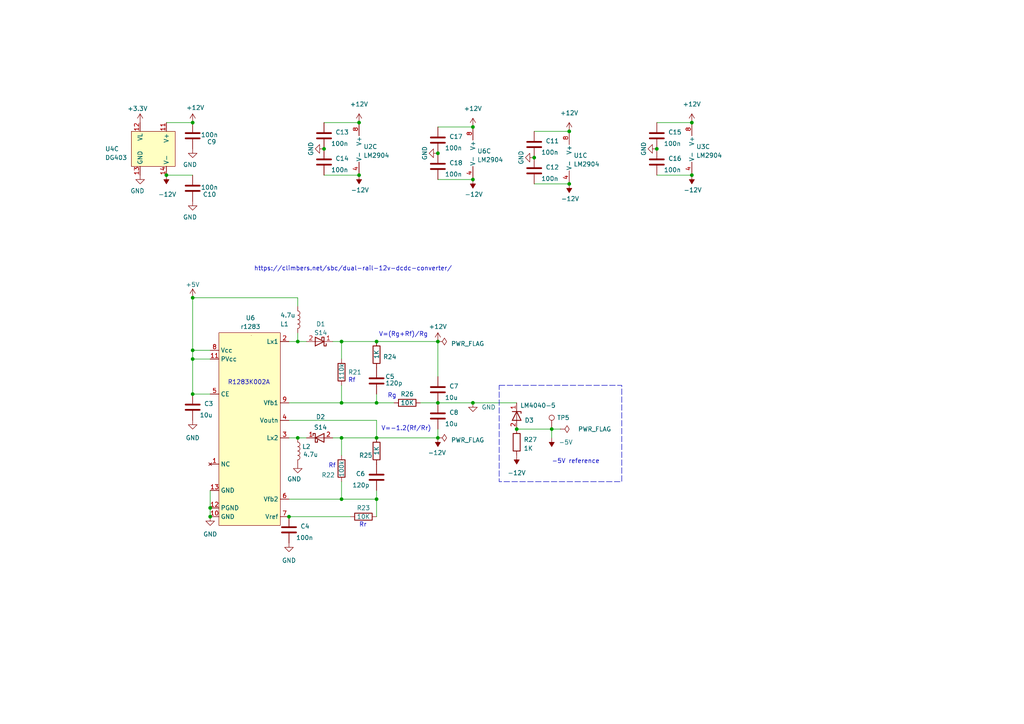
<source format=kicad_sch>
(kicad_sch (version 20230121) (generator eeschema)
  (paper "A4")
  (lib_symbols
    (symbol "Amplifier_Operational:LM2904" (pin_names (offset 0.127))
      (property "Reference" "U" (at 0 5.08 0))
      (property "Value" "LM2904" (at 0 -5.08 0))
      (symbol "LM2904_1_1"
        (polyline (pts (xy -5.08 5.08) (xy 5.08 0) (xy -5.08 -5.08) (xy -5.08 5.08)) (stroke (width 0.254)) (fill (type background)))
        (pin output line (at 7.62 0 180) (length 2.54) (name "~") (number "1"))
        (pin input line (at -7.62 -2.54 0) (length 2.54) (name "-") (number "2"))
        (pin input line (at -7.62 2.54 0) (length 2.54) (name "+") (number "3"))
      )
      (symbol "LM2904_2_1"
        (polyline (pts (xy -5.08 5.08) (xy 5.08 0) (xy -5.08 -5.08) (xy -5.08 5.08)) (stroke (width 0.254)) (fill (type background)))
        (pin input line (at -7.62 2.54 0) (length 2.54) (name "+") (number "5"))
        (pin input line (at -7.62 -2.54 0) (length 2.54) (name "-") (number "6"))
        (pin output line (at 7.62 0 180) (length 2.54) (name "~") (number "7"))
      )
      (symbol "LM2904_3_1"
        (pin power_in line (at -2.54 -7.62 90) (length 3.81) (name "V-") (number "4"))
        (pin power_in line (at -2.54 7.62 270) (length 3.81) (name "V+") (number "8"))
      )
    )
    (symbol "Connector:TestPoint" (pin_numbers hide) (pin_names (offset 0.762) hide)
      (property "Reference" "TP" (at 0 6.858 0))
      (property "Value" "TestPoint" (at 0 5.08 0))
      (symbol "TestPoint_0_1"
        (circle (center 0 3.302) (radius 0.762))
      )
      (symbol "TestPoint_1_1"
        (pin passive line (at 0 0 90) (length 2.54) (name "1") (number "1"))
      )
    )
    (symbol "D_Schottky_1" (pin_names (offset 1.016) hide)
      (property "Reference" "D" (at 0 2.54 0))
      (property "Value" "D_Schottky_1" (at 0 -2.54 0))
      (symbol "D_Schottky_1_0_1"
        (polyline (pts (xy 1.27 0) (xy -1.27 0)))
        (polyline (pts (xy 1.27 1.27) (xy 1.27 -1.27) (xy -1.27 0) (xy 1.27 1.27)) (stroke (width 0.254)))
        (polyline (pts (xy -1.905 0.635) (xy -1.905 1.27) (xy -1.27 1.27) (xy -1.27 -1.27) (xy -0.635 -1.27) (xy -0.635 -0.635)) (stroke (width 0.254)))
      )
      (symbol "D_Schottky_1_1_1"
        (pin passive line (at -3.81 0 0) (length 2.54) (name "K") (number "1"))
        (pin passive line (at 3.81 0 180) (length 2.54) (name "A") (number "2"))
      )
    )
    (symbol "Device:C" (pin_numbers hide) (pin_names (offset 0.254))
      (property "Reference" "C" (at 0.635 2.54 0))
      (property "Value" "C" (at 0.635 -2.54 0))
      (symbol "C_0_1"
        (polyline (pts (xy -2.032 -0.762) (xy 2.032 -0.762)) (stroke (width 0.508)))
        (polyline (pts (xy -2.032 0.762) (xy 2.032 0.762)) (stroke (width 0.508)))
      )
      (symbol "C_1_1"
        (pin passive line (at 0 3.81 270) (length 2.794) (name "~") (number "1"))
        (pin passive line (at 0 -3.81 90) (length 2.794) (name "~") (number "2"))
      )
    )
    (symbol "Device:D_Zener" (pin_names (offset 1.016) hide)
      (property "Reference" "D" (at 0 2.54 0))
      (property "Value" "D_Zener" (at 0 -2.54 0))
      (symbol "D_Zener_0_1"
        (polyline (pts (xy 1.27 0) (xy -1.27 0)))
        (polyline (pts (xy -1.27 -1.27) (xy -1.27 1.27) (xy -0.762 1.27)) (stroke (width 0.254)))
        (polyline (pts (xy 1.27 -1.27) (xy 1.27 1.27) (xy -1.27 0) (xy 1.27 -1.27)) (stroke (width 0.254)))
      )
      (symbol "D_Zener_1_1"
        (pin passive line (at -3.81 0 0) (length 2.54) (name "K") (number "1"))
        (pin passive line (at 3.81 0 180) (length 2.54) (name "A") (number "2"))
      )
    )
    (symbol "Device:L" (pin_numbers hide) (pin_names (offset 1.016) hide)
      (property "Reference" "L" (at -1.27 0 90))
      (property "Value" "L" (at 1.905 0 90))
      (symbol "L_0_1"
        (arc (start 0 -2.54) (mid 0.6323 -1.905) (end 0 -1.27))
        (arc (start 0 -1.27) (mid 0.6323 -0.635) (end 0 0))
        (arc (start 0 0) (mid 0.6323 0.635) (end 0 1.27))
        (arc (start 0 1.27) (mid 0.6323 1.905) (end 0 2.54))
      )
      (symbol "L_1_1"
        (pin passive line (at 0 3.81 270) (length 1.27) (name "1") (number "1"))
        (pin passive line (at 0 -3.81 90) (length 1.27) (name "2") (number "2"))
      )
    )
    (symbol "Device:R" (pin_numbers hide) (pin_names (offset 0))
      (property "Reference" "R" (at 2.032 0 90))
      (property "Value" "R" (at 0 0 90))
      (symbol "R_0_1"
        (rectangle (start -1.016 -2.54) (end 1.016 2.54) (stroke (width 0.254)))
      )
      (symbol "R_1_1"
        (pin passive line (at 0 3.81 270) (length 1.27) (name "~") (number "1"))
        (pin passive line (at 0 -3.81 90) (length 1.27) (name "~") (number "2"))
      )
    )
    (symbol "awg_lib:DG403"
      (property "Reference" "U" (at -1.905 1.27 0))
      (property "Value" "DG403" (at -1.27 -0.635 0))
      (symbol "DG403_1_1"
        (rectangle (start -17.78 -2.54) (end -2.54 -15.24) (fill (type background)))
        (circle (center -8.89 -12.7) (radius 0.3592))
        (circle (center -8.89 -10.16) (radius 0.3592))
        (circle (center -6.35 -12.7) (radius 0.3592))
        (circle (center -6.35 -10.16) (radius 0.3592))
        (polyline (pts (xy -13.97 -12.7) (xy -8.89 -12.7)))
        (polyline (pts (xy -13.97 -10.16) (xy -8.89 -10.16)))
        (polyline (pts (xy -8.89 -12.7) (xy -6.35 -12.7)))
        (polyline (pts (xy -8.89 -10.16) (xy -6.35 -8.89)))
        (polyline (pts (xy -13.335 -5.08) (xy -7.62 -5.08) (xy -7.62 -12.7)) (stroke (width 0) (type dash)))
        (pin input line (at 0 -10.16 180) (length 2.54) (name "D1") (number "1"))
        (pin input line (at -20.32 -5.08 0) (length 2.54) (name "IN1") (number "15"))
        (pin input line (at -20.32 -10.16 0) (length 2.54) (name "S1") (number "16"))
        (pin input line (at 0 -12.7 180) (length 2.54) (name "D3") (number "3"))
        (pin input line (at -20.32 -12.7 0) (length 2.54) (name "S3") (number "4"))
      )
      (symbol "DG403_2_1"
        (rectangle (start -7.62 -2.54) (end 7.62 -15.24) (fill (type background)))
        (polyline (pts (xy -3.81 -12.7) (xy 1.27 -12.7)))
        (polyline (pts (xy -3.81 -10.16) (xy 1.27 -10.16)))
        (polyline (pts (xy 1.27 -12.7) (xy 3.81 -12.7)))
        (polyline (pts (xy 1.27 -10.16) (xy 3.81 -8.89)))
        (polyline (pts (xy -3.175 -5.08) (xy 2.54 -5.08) (xy 2.54 -12.7)) (stroke (width 0) (type dash)))
        (circle (center 1.27 -12.7) (radius 0.3592))
        (circle (center 1.27 -10.16) (radius 0.3592))
        (circle (center 3.81 -12.7) (radius 0.3592))
        (circle (center 3.81 -10.16) (radius 0.3592))
        (pin input line (at -10.16 -5.08 0) (length 2.54) (name "IN2") (number "10"))
        (pin input line (at -10.16 -12.7 0) (length 2.54) (name "S4") (number "5"))
        (pin input line (at 10.16 -12.7 180) (length 2.54) (name "D4") (number "6"))
        (pin input line (at 10.16 -10.16 180) (length 2.54) (name "D2") (number "8"))
        (pin input line (at -10.16 -10.16 0) (length 2.54) (name "S2") (number "9"))
      )
      (symbol "DG403_3_0"
        (pin no_connect line (at 7.62 -12.7 180) (length 2.54) hide (name "NC") (number "2"))
        (pin no_connect line (at -10.16 -12.7 0) (length 2.54) hide (name "NC") (number "7"))
      )
      (symbol "DG403_3_1"
        (rectangle (start -7.62 -7.62) (end 5.08 -17.78) (fill (type background)))
        (pin power_in line (at 2.54 -5.08 270) (length 2.54) (name "V+") (number "11"))
        (pin power_in line (at -5.08 -5.08 270) (length 2.54) (name "VL") (number "12"))
        (pin power_in line (at -5.08 -20.32 90) (length 2.54) (name "GND") (number "13"))
        (pin power_in line (at 2.54 -20.32 90) (length 2.54) (name "V-") (number "14"))
      )
    )
    (symbol "awg_lib:r1283"
      (property "Reference" "U" (at -5.08 -2.54 0))
      (property "Value" "r1283" (at -5.08 -0.762 0))
      (symbol "r1283_0_1"
        (rectangle (start -15.24 -5.08) (end 2.54 -60.96) (fill (type background)))
        (rectangle (start -5.842 -5.842) (end -5.842 -5.842))
      )
      (symbol "r1283_1_1"
        (pin no_connect line (at -17.78 -43.18 0) (length 2.54) (name "NC") (number "1"))
        (pin power_in line (at -17.78 -58.42 0) (length 2.54) (name "GND") (number "10"))
        (pin power_in line (at -17.78 -12.7 0) (length 2.54) (name "PVcc") (number "11"))
        (pin power_in line (at -17.78 -55.88 0) (length 2.54) (name "PGND") (number "12"))
        (pin input line (at -17.78 -50.8 0) (length 2.54) (name "GND") (number "13"))
        (pin input line (at 5.08 -7.62 180) (length 2.54) (name "Lx1") (number "2"))
        (pin input line (at 5.08 -35.56 180) (length 2.54) (name "Lx2") (number "3"))
        (pin input line (at 5.08 -30.48 180) (length 2.54) (name "Voutn") (number "4"))
        (pin input line (at -17.78 -22.86 0) (length 2.54) (name "CE") (number "5"))
        (pin input line (at 5.08 -53.34 180) (length 2.54) (name "Vfb2") (number "6"))
        (pin input line (at 5.08 -58.42 180) (length 2.54) (name "Vref") (number "7"))
        (pin power_in line (at -17.78 -10.16 0) (length 2.54) (name "Vcc") (number "8"))
        (pin input line (at 5.08 -25.4 180) (length 2.54) (name "Vfb1") (number "9"))
      )
    )
    (symbol "power:+12V" (power) (pin_names (offset 0))
      (property "Value" "+12V" (at 0 3.556 0))
      (symbol "+12V_0_1"
        (polyline (pts (xy -0.762 1.27) (xy 0 2.54)))
        (polyline (pts (xy 0 0) (xy 0 2.54)))
        (polyline (pts (xy 0 2.54) (xy 0.762 1.27)))
      )
      (symbol "+12V_1_1"
        (pin power_in line (at 0 0 90) (length 0) hide (name "+12V") (number "1"))
      )
    )
    (symbol "power:+3.3V" (power) (pin_names (offset 0))
      (property "Value" "+3.3V" (at 0 3.556 0))
      (symbol "+3.3V_0_1"
        (polyline (pts (xy -0.762 1.27) (xy 0 2.54)))
        (polyline (pts (xy 0 0) (xy 0 2.54)))
        (polyline (pts (xy 0 2.54) (xy 0.762 1.27)))
      )
      (symbol "+3.3V_1_1"
        (pin power_in line (at 0 0 90) (length 0) hide (name "+3.3V") (number "1"))
      )
    )
    (symbol "power:+5V" (power) (pin_names (offset 0))
      (property "Value" "+5V" (at 0 3.556 0))
      (symbol "+5V_0_1"
        (polyline (pts (xy -0.762 1.27) (xy 0 2.54)))
        (polyline (pts (xy 0 0) (xy 0 2.54)))
        (polyline (pts (xy 0 2.54) (xy 0.762 1.27)))
      )
      (symbol "+5V_1_1"
        (pin power_in line (at 0 0 90) (length 0) hide (name "+5V") (number "1"))
      )
    )
    (symbol "power:-12V" (power) (pin_names (offset 0))
      (property "Value" "-12V" (at 0 3.81 0))
      (symbol "-12V_0_0"
        (pin power_in line (at 0 0 90) (length 0) hide (name "-12V") (number "1"))
      )
      (symbol "-12V_0_1"
        (polyline (pts (xy 0 0) (xy 0 1.27) (xy 0.762 1.27) (xy 0 2.54) (xy -0.762 1.27) (xy 0 1.27)) (fill (type outline)))
      )
    )
    (symbol "power:-5V" (power) (pin_names (offset 0))
      (property "Value" "-5V" (at 0 3.81 0))
      (symbol "-5V_0_0"
        (pin power_in line (at 0 0 90) (length 0) hide (name "-5V") (number "1"))
      )
      (symbol "-5V_0_1"
        (polyline (pts (xy 0 0) (xy 0 1.27) (xy 0.762 1.27) (xy 0 2.54) (xy -0.762 1.27) (xy 0 1.27)) (fill (type outline)))
      )
    )
    (symbol "power:GND" (power) (pin_names (offset 0))
      (property "Value" "GND" (at 0 -3.81 0))
      (symbol "GND_0_1"
        (polyline (pts (xy 0 0) (xy 0 -1.27) (xy 1.27 -1.27) (xy 0 -2.54) (xy -1.27 -1.27) (xy 0 -1.27)))
      )
      (symbol "GND_1_1"
        (pin power_in line (at 0 0 270) (length 0) hide (name "GND") (number "1"))
      )
    )
    (symbol "power:PWR_FLAG" (power) (pin_numbers hide) (pin_names (offset 0) hide)
      (property "Value" "PWR_FLAG" (at 0 3.81 0))
      (symbol "PWR_FLAG_0_0"
        (pin power_out line (at 0 0 90) (length 0) (name "pwr") (number "1"))
      )
      (symbol "PWR_FLAG_0_1"
        (polyline (pts (xy 0 0) (xy 0 1.27) (xy -1.016 1.905) (xy 0 2.54) (xy 1.016 1.905) (xy 0 1.27)))
      )
    )
  )
  (junction (at 48.26 50.8))
  (junction (at 55.88 86.36))
  (junction (at 99.06 99.06))
  (junction (at 60.96 147.32))
  (junction (at 137.16 116.84))
  (junction (at 160.02 124.46))
  (junction (at 149.86 124.46))
  (junction (at 127 44.45))
  (junction (at 137.16 52.07))
  (junction (at 154.94 45.72))
  (junction (at 55.88 101.6))
  (junction (at 93.98 43.18))
  (junction (at 137.16 36.83))
  (junction (at 109.22 144.78))
  (junction (at 109.22 99.06))
  (junction (at 200.66 50.8))
  (junction (at 99.06 116.84))
  (junction (at 127 127))
  (junction (at 99.06 144.78))
  (junction (at 99.06 127))
  (junction (at 109.22 127))
  (junction (at 104.14 35.56))
  (junction (at 86.36 127))
  (junction (at 55.88 114.3))
  (junction (at 55.88 104.14))
  (junction (at 200.66 35.56))
  (junction (at 104.14 50.8))
  (junction (at 83.82 149.86))
  (junction (at 127 116.84))
  (junction (at 60.96 149.86))
  (junction (at 165.1 53.34))
  (junction (at 109.22 116.84))
  (junction (at 190.5 43.18))
  (junction (at 165.1 38.1))
  (junction (at 55.88 35.56))
  (junction (at 86.36 99.06))
  (junction (at 127 99.06))
  (wire (pts (xy 149.86 124.46) (xy 160.02 124.46)))
  (wire (pts (xy 96.52 99.06) (xy 99.06 99.06)))
  (wire (pts (xy 88.9 99.06) (xy 86.36 99.06)))
  (wire (pts (xy 160.02 127) (xy 160.02 124.46)))
  (wire (pts (xy 109.22 149.86) (xy 109.22 144.78)))
  (wire (pts (xy 154.94 38.1) (xy 165.1 38.1)))
  (wire (pts (xy 101.6 149.86) (xy 83.82 149.86)))
  (wire (pts (xy 55.88 114.3) (xy 55.88 104.14)))
  (wire (pts (xy 99.06 139.7) (xy 99.06 144.78)))
  (wire (pts (xy 109.22 121.92) (xy 109.22 127)))
  (wire (pts (xy 127 52.07) (xy 137.16 52.07)))
  (wire (pts (xy 190.5 35.56) (xy 200.66 35.56)))
  (wire (pts (xy 109.22 142.24) (xy 109.22 144.78)))
  (wire (pts (xy 99.06 132.08) (xy 99.06 127)))
  (wire (pts (xy 83.82 116.84) (xy 99.06 116.84)))
  (wire (pts (xy 86.36 99.06) (xy 83.82 99.06)))
  (wire (pts (xy 137.16 116.84) (xy 149.86 116.84)))
  (wire (pts (xy 88.9 127) (xy 86.36 127)))
  (wire (pts (xy 127 124.46) (xy 127 127)))
  (wire (pts (xy 55.88 114.3) (xy 60.96 114.3)))
  (wire (pts (xy 93.98 50.8) (xy 104.14 50.8)))
  (wire (pts (xy 99.06 99.06) (xy 99.06 104.14)))
  (wire (pts (xy 99.06 111.76) (xy 99.06 116.84)))
  (wire (pts (xy 96.52 127) (xy 99.06 127)))
  (wire (pts (xy 200.66 50.8) (xy 190.5 50.8)))
  (wire (pts (xy 86.36 127) (xy 83.82 127)))
  (wire (pts (xy 127 36.83) (xy 137.16 36.83)))
  (wire (pts (xy 109.22 114.3) (xy 109.22 116.84)))
  (wire (pts (xy 154.94 53.34) (xy 165.1 53.34)))
  (wire (pts (xy 86.36 86.36) (xy 86.36 88.9)))
  (wire (pts (xy 109.22 127) (xy 127 127)))
  (wire (pts (xy 99.06 127) (xy 109.22 127)))
  (wire (pts (xy 55.88 86.36) (xy 86.36 86.36)))
  (wire (pts (xy 48.26 50.8) (xy 55.88 50.8)))
  (wire (pts (xy 55.88 104.14) (xy 60.96 104.14)))
  (wire (pts (xy 55.88 86.36) (xy 55.88 101.6)))
  (wire (pts (xy 55.88 104.14) (xy 55.88 101.6)))
  (wire (pts (xy 99.06 99.06) (xy 109.22 99.06)))
  (wire (pts (xy 99.06 144.78) (xy 83.82 144.78)))
  (wire (pts (xy 93.98 35.56) (xy 104.14 35.56)))
  (wire (pts (xy 162.56 124.46) (xy 160.02 124.46)))
  (wire (pts (xy 109.22 116.84) (xy 114.3 116.84)))
  (wire (pts (xy 60.96 147.32) (xy 60.96 149.86)))
  (wire (pts (xy 121.92 116.84) (xy 127 116.84)))
  (wire (pts (xy 109.22 144.78) (xy 99.06 144.78)))
  (wire (pts (xy 99.06 116.84) (xy 109.22 116.84)))
  (wire (pts (xy 127 109.22) (xy 127 99.06)))
  (wire (pts (xy 83.82 121.92) (xy 109.22 121.92)))
  (wire (pts (xy 55.88 101.6) (xy 60.96 101.6)))
  (wire (pts (xy 86.36 96.52) (xy 86.36 99.06)))
  (wire (pts (xy 60.96 142.24) (xy 60.96 147.32)))
  (wire (pts (xy 109.22 99.06) (xy 127 99.06)))
  (wire (pts (xy 55.88 35.56) (xy 48.26 35.56)))
  (wire (pts (xy 127 116.84) (xy 137.16 116.84)))
  (rectangle (start 144.78 111.76) (end 180.34 139.7) (stroke (width 0) (type dash)))
  (text "V=-1.2(Rf/Rr)" (at 125.095 125.095 0) (effects (font (size 1.27 1.27)) (justify right bottom)))
  (text "-5V reference" (at 160.02 134.62 0) (effects (font (size 1.27 1.27)) (justify left bottom)))
  (text "R1283K002A" (at 66.04 111.76 0) (effects (font (size 1.27 1.27)) (justify left bottom)))
  (text "Rf" (at 100.965 111.125 0) (effects (font (size 1.27 1.27)) (justify left bottom)))
  (text "https://climbers.net/sbc/dual-rail-12v-dcdc-converter/" (at 73.66 78.74 0) (effects (font (size 1.27 1.27)) (justify left bottom)))
  (text "V=(Rg+Rf)/Rg" (at 109.855 97.79 0) (effects (font (size 1.27 1.27)) (justify left bottom)))
  (text "Rf" (at 95.25 135.89 0) (effects (font (size 1.27 1.27)) (justify left bottom)))
  (text "Rg" (at 112.395 115.57 0) (effects (font (size 1.27 1.27)) (justify left bottom)))
  (text "Rr" (at 104.14 153.035 0) (effects (font (size 1.27 1.27)) (justify left bottom)))
  (symbol (lib_id "power:-5V") (at 160.02 127 180) (unit 1)
    (property "Reference" "#PWR023" (effects hide))
    (property "Value" "-5V" (at 162.052 128.2699 0) (effects (justify right)))
  )
  (symbol (lib_id "Device:R") (at 109.22 130.81 0) (unit 1)
    (property "Reference" "R25" (at 104.14 132.08 0) (effects (justify left)))
    (property "Value" "1K" (at 109.22 132.08 90) (effects (justify left)))
    (property "Footprint" "Resistor_SMD:R_0603_1608Metric" (effects hide))
    (property "BUY" "https://www.digikey.com/en/products/detail/stackpole-electronics-inc/RNCP0603FTD1K00/2240106" (effects hide))
    (instances (project "awg" (path "" (reference "R25") (unit 1)) (path "" (reference "R28") (unit 1))))
  )
  (symbol (lib_id "power:+12V") (at 55.88 35.56 0) (unit 1)
    (property "Reference" "#PWR020" (effects hide))
    (property "Value" "+12V" (at 56.642 31.242 0))
    (instances (project "awg" (path "" (reference "#PWR020") (unit 1)) (path "" (reference "#PWR039") (unit 1))))
  )
  (symbol (lib_id "Device:L") (at 86.36 130.81 0) (unit 1)
    (property "Reference" "L2" (at 87.63 129.5399 0) (effects (justify left)))
    (property "Value" "4.7u" (at 87.884 131.826 0) (effects (justify left)))
    (property "Footprint" "awg_fp_lib:NRH2410" (effects hide))
  )
  (symbol (lib_id "Device:R") (at 109.22 102.87 0) (unit 1)
    (property "Reference" "R24" (at 111.125 103.505 0) (effects (justify left)))
    (property "Value" "1K" (at 109.22 104.14 90) (effects (justify left)))
    (property "Footprint" "Resistor_SMD:R_0603_1608Metric" (effects hide))
    (instances (project "awg" (path "" (reference "R24") (unit 1)) (path "" (reference "R27") (unit 1))))
  )
  (symbol (lib_id "Device:R") (at 149.86 128.27 0) (unit 1)
    (property "Reference" "R27" (at 151.892 127.508 0) (effects (justify left)))
    (property "Value" "1K" (at 151.892 130.048 0) (effects (justify left)))
    (property "Footprint" "Resistor_SMD:R_0603_1608Metric" (effects hide))
    (instances (project "awg" (path "" (reference "R27") (unit 1)) (path "" (reference "R30") (unit 1))))
  )
  (symbol (lib_id "Device:C") (at 55.88 54.61 180) (unit 1)
    (property "Reference" "C10" (at 62.738 56.388 0) (effects (justify left)))
    (property "Value" "100n" (at 63.246 54.356 0) (effects (justify left)))
    (property "Footprint" "Capacitor_SMD:C_0603_1608Metric_Pad1.08x0.95mm_HandSolder" (effects hide))
  )
  (symbol (lib_id "power:PWR_FLAG") (at 162.56 124.46 270) (unit 1)
    (property "Reference" "#FLG03" (effects hide))
    (property "Value" "PWR_FLAG" (at 167.64 124.46 90) (effects (justify left)))
  )
  (symbol (lib_id "Connector:TestPoint") (at 160.02 124.46 0) (unit 1) (in_bom no)
    (property "Reference" "TP5" (at 161.544 121.158 0) (effects (justify left)))
    (property "Value" "TestPoint" (effects hide))
    (property "Footprint" "TestPoint:TestPoint_THTPad_1.5x1.5mm_Drill0.7mm" (effects hide))
  )
  (symbol (lib_id "power:GND") (at 86.36 134.62 0) (unit 1)
    (property "Reference" "#PWR018" (effects hide))
    (property "Value" "GND" (at 87.376 138.938 0) (effects (justify right)))
  )
  (symbol (lib_id "power:PWR_FLAG") (at 127 99.06 270) (unit 1)
    (property "Reference" "#FLG01" (effects hide))
    (property "Value" "PWR_FLAG" (at 130.81 99.695 90) (effects (justify left)))
  )
  (symbol (lib_id "Device:C") (at 109.22 138.43 0) (mirror y) (unit 1)
    (property "Reference" "C6" (at 105.918 137.414 0) (effects (justify left)))
    (property "Value" "120p" (at 107.188 140.716 0) (effects (justify left)))
    (property "Footprint" "Capacitor_SMD:C_0603_1608Metric_Pad1.08x0.95mm_HandSolder" (effects hide))
    (property "BUY" "https://www.digikey.com/en/products/detail/walsin-technology-corporation/0603N121J500CT/9354978" (effects hide))
  )
  (symbol (lib_id "power:+12V") (at 200.66 35.56 0) (unit 1)
    (property "Reference" "#PWR024" (effects hide))
    (property "Value" "+12V" (at 200.66 30.226 0))
    (instances (project "awg" (path "" (reference "#PWR024") (unit 1)) (path "" (reference "#PWR046") (unit 1))))
  )
  (symbol (lib_id "Device:C") (at 190.5 46.99 0) (unit 1)
    (property "Reference" "C16" (at 193.802 45.974 0) (effects (justify left)))
    (property "Value" "100n" (at 192.532 49.276 0) (effects (justify left)))
    (property "Footprint" "Capacitor_SMD:C_0603_1608Metric_Pad1.08x0.95mm_HandSolder" (effects hide))
    (instances (project "awg" (path "" (reference "C16") (unit 1)) (path "" (reference "C18") (unit 1))))
  )
  (symbol (lib_id "Device:C") (at 55.88 118.11 0) (unit 1)
    (property "Reference" "C3" (at 59.182 117.094 0) (effects (justify left)))
    (property "Value" "10u" (at 57.912 120.396 0) (effects (justify left)))
    (property "Footprint" "Capacitor_SMD:C_0805_2012Metric_Pad1.18x1.45mm_HandSolder" (effects hide))
    (property "BUY" "https://www.digikey.com/en/products/detail/samsung-electro-mechanics/CL21A106KAYNNNG/3894413" (effects hide))
  )
  (symbol (lib_id "power:GND") (at 55.88 58.42 0) (unit 1)
    (property "Reference" "#PWR0120" (effects hide))
    (property "Value" "GND" (at 57.15 62.992 0) (effects (justify right)))
    (instances (project "awg" (path "" (reference "#PWR0120") (unit 1)) (path "" (reference "#PWR041") (unit 1))))
  )
  (symbol (lib_id "power:-12V") (at 149.86 132.08 180) (unit 1)
    (property "Reference" "#PWR022" (effects hide))
    (property "Value" "-12V" (at 149.86 137.16 0))
  )
  (symbol (lib_id "Device:C") (at 154.94 49.53 0) (unit 1)
    (property "Reference" "C12" (at 158.242 48.514 0) (effects (justify left)))
    (property "Value" "100n" (at 156.972 51.816 0) (effects (justify left)))
    (property "Footprint" "Capacitor_SMD:C_0603_1608Metric_Pad1.08x0.95mm_HandSolder" (effects hide))
    (instances (project "awg" (path "" (reference "C12") (unit 1)) (path "" (reference "C16") (unit 1))))
  )
  (symbol (lib_id "Device:C") (at 109.22 110.49 0) (unit 1)
    (property "Reference" "C5" (at 111.76 109.22 0) (effects (justify left)))
    (property "Value" "120p" (at 111.76 111.125 0) (effects (justify left)))
    (property "Footprint" "Capacitor_SMD:C_0603_1608Metric_Pad1.08x0.95mm_HandSolder" (effects hide))
  )
  (symbol (lib_id "Amplifier_Operational:LM2904") (at 106.68 43.18 0) (unit 3)
    (property "Reference" "U2" (at 105.41 42.545 0) (effects (justify left)))
    (property "Value" "LM2904" (at 105.41 45.085 0) (effects (justify left)))
    (property "Footprint" "Package_TO_SOT_SMD:SOT-23-8_Handsoldering" (effects hide))
    (property "Datasheet" "http://www.ti.com/lit/ds/symlink/lm358.pdf" (effects hide))
    (property "BUY" "https://www.digikey.com/en/products/detail/texas-instruments/LM2904BIDDFR/15222319" (effects hide))
    (instances (project "awg" (path "" (reference "U2") (unit 3)) (path "" (reference "U1") (unit 3))))
  )
  (symbol (lib_id "Device:C") (at 93.98 46.99 0) (unit 1)
    (property "Reference" "C14" (at 97.282 45.974 0) (effects (justify left)))
    (property "Value" "100n" (at 96.012 49.276 0) (effects (justify left)))
    (property "Footprint" "Capacitor_SMD:C_0603_1608Metric_Pad1.08x0.95mm_HandSolder" (effects hide))
    (instances (project "awg" (path "" (reference "C14") (unit 1)) (path "" (reference "C12") (unit 1))))
  )
  (symbol (lib_name "D_Schottky_1") (lib_id "Device:D_Schottky") (at 92.71 99.06 180) (unit 1)
    (property "Reference" "D1" (at 93.0275 93.98 0))
    (property "Value" "S14" (at 93.0275 96.52 0))
    (property "Footprint" "Diode_SMD:D_SOD-323_HandSoldering" (effects hide))
  )
  (symbol (lib_id "Device:C") (at 127 48.26 0) (unit 1)
    (property "Reference" "C18" (at 130.302 47.244 0) (effects (justify left)))
    (property "Value" "100n" (at 129.032 50.546 0) (effects (justify left)))
    (property "Footprint" "Capacitor_SMD:C_0603_1608Metric_Pad1.08x0.95mm_HandSolder" (effects hide))
    (instances (project "awg" (path "" (reference "C18") (unit 1)) (path "" (reference "C14") (unit 1))))
  )
  (symbol (lib_id "Device:C") (at 127 113.03 0) (unit 1)
    (property "Reference" "C7" (at 130.302 112.014 0) (effects (justify left)))
    (property "Value" "10u" (at 129.032 115.316 0) (effects (justify left)))
    (property "Footprint" "Capacitor_SMD:C_0805_2012Metric_Pad1.18x1.45mm_HandSolder" (effects hide))
  )
  (symbol (lib_id "Amplifier_Operational:LM2904") (at 203.2 43.18 0) (unit 3)
    (property "Reference" "U3" (at 201.93 42.545 0) (effects (justify left)))
    (property "Value" "LM2904" (at 201.93 45.085 0) (effects (justify left)))
    (property "Footprint" "Package_TO_SOT_SMD:SOT-23-8_Handsoldering" (effects hide))
    (property "Datasheet" "http://www.ti.com/lit/ds/symlink/lm358.pdf" (effects hide))
    (property "BUY" "https://www.digikey.com/en/products/detail/texas-instruments/LM2904BIDDFR/15222319" (effects hide))
    (instances (project "awg" (path "" (reference "U3") (unit 3)) (path "" (reference "U4") (unit 3))))
  )
  (symbol (lib_id "Device:C") (at 55.88 39.37 180) (unit 1)
    (property "Reference" "C9" (at 62.738 41.148 0) (effects (justify left)))
    (property "Value" "100n" (at 63.246 39.116 0) (effects (justify left)))
    (property "Footprint" "Capacitor_SMD:C_0603_1608Metric_Pad1.08x0.95mm_HandSolder" (effects hide))
  )
  (symbol (lib_id "power:GND") (at 60.96 149.86 0) (unit 1)
    (property "Reference" "#PWR016" (effects hide))
    (property "Value" "GND" (at 60.96 154.94 0))
  )
  (symbol (lib_name "D_Schottky_1") (lib_id "Device:D_Schottky") (at 92.71 127 0) (unit 1)
    (property "Reference" "D2" (at 92.964 120.904 0))
    (property "Value" "S14" (at 92.964 123.952 0))
    (property "Footprint" "Diode_SMD:D_SOD-323_HandSoldering" (effects hide))
    (property "BUY" "https://www.digikey.com/en/products/detail/yangzhou-yangjie-electronic-technology-co-ltd/S14-F1-3000HF/13911645" (effects hide))
  )
  (symbol (lib_id "Device:C") (at 190.5 39.37 0) (unit 1)
    (property "Reference" "C15" (at 193.802 38.354 0) (effects (justify left)))
    (property "Value" "100n" (at 192.532 41.656 0) (effects (justify left)))
    (property "Footprint" "Capacitor_SMD:C_0603_1608Metric_Pad1.08x0.95mm_HandSolder" (effects hide))
    (instances (project "awg" (path "" (reference "C15") (unit 1)) (path "" (reference "C17") (unit 1))))
  )
  (symbol (lib_id "power:GND") (at 154.94 45.72 270) (unit 1)
    (property "Reference" "#PWR023" (effects hide))
    (property "Value" "GND" (at 151.13 47.752 0) (effects (justify right)))
    (instances (project "awg" (path "" (reference "#PWR023") (unit 1)) (path "" (reference "#PWR042") (unit 1))))
  )
  (symbol (lib_id "power:+12V") (at 127 99.06 0) (unit 1)
    (property "Reference" "#PWR019" (effects hide))
    (property "Value" "+12V" (at 127 94.742 0))
  )
  (symbol (lib_id "power:GND") (at 40.64 50.8 0) (unit 1)
    (property "Reference" "#PWR018" (effects hide))
    (property "Value" "GND" (at 41.91 55.372 0) (effects (justify right)))
    (instances (project "awg" (path "" (reference "#PWR018") (unit 1)) (path "" (reference "#PWR037") (unit 1))))
  )
  (symbol (lib_id "awg_lib:DG403") (at 45.72 30.48 0) (unit 3)
    (property "Reference" "U4" (at 30.48 43.18 0) (effects (justify left)))
    (property "Value" "DG403" (at 30.48 45.72 0) (effects (justify left)))
    (property "Footprint" "Package_SO:TSSOP-16-1EP_4.4x5mm_P0.65mm" (effects hide))
    (instances (project "awg" (path "" (reference "U4") (unit 3)) (path "" (reference "U5") (unit 3))))
  )
  (symbol (lib_id "Device:C") (at 154.94 41.91 0) (unit 1)
    (property "Reference" "C11" (at 158.242 40.894 0) (effects (justify left)))
    (property "Value" "100n" (at 156.972 44.196 0) (effects (justify left)))
    (property "Footprint" "Capacitor_SMD:C_0603_1608Metric_Pad1.08x0.95mm_HandSolder" (effects hide))
    (property "BUY" "https://www.digikey.com/en/products/detail/samsung-electro-mechanics/CL10B104KB8NNWC/3887593" (effects hide))
    (instances (project "awg" (path "" (reference "C11") (unit 1)) (path "" (reference "C15") (unit 1))))
  )
  (symbol (lib_id "power:-12V") (at 137.16 52.07 180) (unit 1)
    (property "Reference" "#PWR045" (effects hide))
    (property "Value" "-12V" (at 137.414 56.388 0))
    (instances (project "awg" (path "" (reference "#PWR045") (unit 1)) (path "" (reference "#PWR053") (unit 1))))
  )
  (symbol (lib_id "Device:C") (at 127 40.64 0) (unit 1)
    (property "Reference" "C17" (at 130.302 39.624 0) (effects (justify left)))
    (property "Value" "100n" (at 129.032 42.926 0) (effects (justify left)))
    (property "Footprint" "Capacitor_SMD:C_0603_1608Metric_Pad1.08x0.95mm_HandSolder" (effects hide))
    (instances (project "awg" (path "" (reference "C17") (unit 1)) (path "" (reference "C13") (unit 1))))
  )
  (symbol (lib_id "power:+5V") (at 55.88 86.36 0) (unit 1)
    (property "Reference" "#PWR014" (effects hide))
    (property "Value" "+5V" (at 55.88 82.55 0))
  )
  (symbol (lib_id "Device:R") (at 99.06 135.89 0) (mirror y) (unit 1)
    (property "Reference" "R22" (at 97.155 137.795 0) (effects (justify left)))
    (property "Value" "100k" (at 99.06 138.43 90) (effects (justify left)))
    (property "Footprint" "Resistor_SMD:R_0603_1608Metric" (effects hide))
    (property "BUY" "https://www.digikey.com/en/products/detail/yageo/RC0603FR-07110KL/726905" (effects hide))
    (instances (project "awg" (path "" (reference "R22") (unit 1)) (path "" (reference "R25") (unit 1))))
  )
  (symbol (lib_id "power:GND") (at 190.5 43.18 270) (unit 1)
    (property "Reference" "#PWR02" (effects hide))
    (property "Value" "GND" (at 186.69 45.212 0) (effects (justify right)))
    (instances (project "awg" (path "" (reference "#PWR02") (unit 1)) (path "" (reference "#PWR045") (unit 1))))
  )
  (symbol (lib_id "power:-12V") (at 165.1 53.34 180) (unit 1)
    (property "Reference" "#PWR022" (effects hide))
    (property "Value" "-12V" (at 165.354 57.658 0))
    (instances (project "awg" (path "" (reference "#PWR022") (unit 1)) (path "" (reference "#PWR044") (unit 1))))
  )
  (symbol (lib_id "power:PWR_FLAG") (at 127 127 270) (unit 1)
    (property "Reference" "#FLG02" (effects hide))
    (property "Value" "PWR_FLAG" (at 130.81 127.635 90) (effects (justify left)))
  )
  (symbol (lib_id "power:-12V") (at 48.26 50.8 180) (unit 1)
    (property "Reference" "#PWR019" (effects hide))
    (property "Value" "-12V" (at 48.514 56.388 0))
    (instances (project "awg" (path "" (reference "#PWR019") (unit 1)) (path "" (reference "#PWR038") (unit 1))))
  )
  (symbol (lib_id "Device:R") (at 118.11 116.84 270) (unit 1)
    (property "Reference" "R26" (at 118.11 114.3 90))
    (property "Value" "10K" (at 118.11 116.84 90))
    (property "Footprint" "Resistor_SMD:R_0603_1608Metric" (effects hide))
    (instances (project "awg" (path "" (reference "R26") (unit 1)) (path "" (reference "R29") (unit 1))))
  )
  (symbol (lib_id "power:GND") (at 55.88 121.92 0) (unit 1)
    (property "Reference" "#PWR015" (effects hide))
    (property "Value" "GND" (at 55.88 127 0))
  )
  (symbol (lib_id "awg_lib:r1283") (at 78.74 91.44 0) (unit 1)
    (property "Reference" "U6" (at 72.644 92.202 0))
    (property "Value" "r1283" (at 72.644 94.742 0))
    (property "Footprint" "awg_fp_lib:DFN-12" (effects hide))
    (property "BUY" "https://www.digikey.com/en/products/detail/nisshinbo-micro-devices-inc/R1283K001C-TR/10212797" (effects hide))
  )
  (symbol (lib_id "power:GND") (at 137.16 116.84 0) (unit 1)
    (property "Reference" "#PWR021" (effects hide))
    (property "Value" "GND" (at 143.764 118.11 0) (effects (justify right)))
  )
  (symbol (lib_id "power:+12V") (at 104.14 35.56 0) (unit 1)
    (property "Reference" "#PWR027" (effects hide))
    (property "Value" "+12V" (at 104.14 30.226 0))
    (instances (project "awg" (path "" (reference "#PWR027") (unit 1)) (path "" (reference "#PWR049") (unit 1))))
  )
  (symbol (lib_id "Device:C") (at 127 120.65 0) (unit 1)
    (property "Reference" "C8" (at 130.302 119.634 0) (effects (justify left)))
    (property "Value" "10u" (at 129.032 122.936 0) (effects (justify left)))
    (property "Footprint" "Capacitor_SMD:C_0805_2012Metric_Pad1.18x1.45mm_HandSolder" (effects hide))
  )
  (symbol (lib_id "Amplifier_Operational:LM2904") (at 139.7 44.45 0) (unit 3)
    (property "Reference" "U6" (at 138.43 43.815 0) (effects (justify left)))
    (property "Value" "LM2904" (at 138.43 46.355 0) (effects (justify left)))
    (property "Footprint" "Package_TO_SOT_SMD:SOT-23-8_Handsoldering" (effects hide))
    (property "Datasheet" "http://www.ti.com/lit/ds/symlink/lm358.pdf" (effects hide))
    (property "BUY" "https://www.digikey.com/en/products/detail/texas-instruments/LM2904BIDDFR/15222319" (effects hide))
    (instances (project "awg" (path "" (reference "U6") (unit 3)) (path "" (reference "U2") (unit 3))))
  )
  (symbol (lib_id "Device:D_Zener") (at 149.86 120.65 270) (unit 1)
    (property "Reference" "D3" (at 152.146 121.9201 90) (effects (justify left)))
    (property "Value" "LM4040-5" (at 150.876 117.602 90) (effects (justify left)))
    (property "Footprint" "Package_TO_SOT_SMD:SOT-23" (effects hide))
    (property "BUY" "https://www.digikey.com/en/products/detail/microchip-technology/LM4040DYM3-5-0-TR/1027698" (effects hide))
  )
  (symbol (lib_id "Device:R") (at 105.41 149.86 270) (unit 1)
    (property "Reference" "R23" (at 105.41 147.32 90))
    (property "Value" "10K" (at 105.41 149.86 90))
    (property "Footprint" "Resistor_SMD:R_0603_1608Metric" (effects hide))
    (instances (project "awg" (path "" (reference "R23") (unit 1)) (path "" (reference "R26") (unit 1))))
  )
  (symbol (lib_id "power:-12V") (at 104.14 50.8 180) (unit 1)
    (property "Reference" "#PWR028" (effects hide))
    (property "Value" "-12V" (at 104.394 55.118 0))
    (instances (project "awg" (path "" (reference "#PWR028") (unit 1)) (path "" (reference "#PWR050") (unit 1))))
  )
  (symbol (lib_id "power:+12V") (at 165.1 38.1 0) (unit 1)
    (property "Reference" "#PWR021" (effects hide))
    (property "Value" "+12V" (at 165.1 32.766 0))
    (instances (project "awg" (path "" (reference "#PWR021") (unit 1)) (path "" (reference "#PWR043") (unit 1))))
  )
  (symbol (lib_id "Device:L") (at 86.36 92.71 0) (unit 1)
    (property "Reference" "L1" (at 81.28 93.9799 0) (effects (justify left)))
    (property "Value" "4.7u" (at 81.28 91.44 0) (effects (justify left)))
    (property "Footprint" "awg_fp_lib:NRH2410" (effects hide))
    (property "BUY" "https://www.digikey.com/en/products/detail/taiyo-yuden/NRH2410T6R8MN/2178910" (effects hide))
  )
  (symbol (lib_id "power:-12V") (at 200.66 50.8 180) (unit 1)
    (property "Reference" "#PWR025" (effects hide))
    (property "Value" "-12V" (at 200.914 55.118 0))
    (instances (project "awg" (path "" (reference "#PWR025") (unit 1)) (path "" (reference "#PWR047") (unit 1))))
  )
  (symbol (lib_id "power:-12V") (at 127 127 180) (unit 1)
    (property "Reference" "#PWR020" (effects hide))
    (property "Value" "-12V" (at 126.746 131.318 0))
  )
  (symbol (lib_id "power:+12V") (at 137.16 36.83 0) (unit 1)
    (property "Reference" "#PWR044" (effects hide))
    (property "Value" "+12V" (at 137.16 31.496 0))
    (instances (project "awg" (path "" (reference "#PWR044") (unit 1)) (path "" (reference "#PWR052") (unit 1))))
  )
  (symbol (lib_id "Device:C") (at 83.82 153.67 0) (unit 1)
    (property "Reference" "C4" (at 87.122 152.654 0) (effects (justify left)))
    (property "Value" "100n" (at 85.852 155.956 0) (effects (justify left)))
    (property "Footprint" "Capacitor_SMD:C_0603_1608Metric_Pad1.08x0.95mm_HandSolder" (effects hide))
  )
  (symbol (lib_id "power:GND") (at 55.88 43.18 0) (unit 1)
    (property "Reference" "#PWR0119" (effects hide))
    (property "Value" "GND" (at 57.15 47.752 0) (effects (justify right)))
    (instances (project "awg" (path "" (reference "#PWR0119") (unit 1)) (path "" (reference "#PWR040") (unit 1))))
  )
  (symbol (lib_id "Amplifier_Operational:LM2904") (at 167.64 45.72 0) (unit 3)
    (property "Reference" "U1" (at 166.37 45.085 0) (effects (justify left)))
    (property "Value" "LM2904" (at 166.37 47.625 0) (effects (justify left)))
    (property "Footprint" "Package_TO_SOT_SMD:SOT-23-8_Handsoldering" (effects hide))
    (property "Datasheet" "http://www.ti.com/lit/ds/symlink/lm358.pdf" (effects hide))
    (property "BUY" "https://www.digikey.com/en/products/detail/texas-instruments/LM2904BIDDFR/15222319" (effects hide))
    (instances (project "awg" (path "" (reference "U1") (unit 3)) (path "" (reference "U3") (unit 3))))
  )
  (symbol (lib_id "power:+3.3V") (at 40.64 35.56 0) (unit 1)
    (property "Reference" "#PWR017" (effects hide))
    (property "Value" "+3.3V" (at 39.878 31.496 0))
    (instances (project "awg" (path "" (reference "#PWR017") (unit 1)) (path "" (reference "#PWR036") (unit 1))))
  )
  (symbol (lib_id "power:GND") (at 127 44.45 270) (unit 1)
    (property "Reference" "#PWR043" (effects hide))
    (property "Value" "GND" (at 123.19 46.482 0) (effects (justify right)))
    (instances (project "awg" (path "" (reference "#PWR043") (unit 1)) (path "" (reference "#PWR051") (unit 1))))
  )
  (symbol (lib_id "Device:C") (at 93.98 39.37 0) (unit 1)
    (property "Reference" "C13" (at 97.282 38.354 0) (effects (justify left)))
    (property "Value" "100n" (at 96.012 41.656 0) (effects (justify left)))
    (property "Footprint" "Capacitor_SMD:C_0603_1608Metric_Pad1.08x0.95mm_HandSolder" (effects hide))
    (instances (project "awg" (path "" (reference "C13") (unit 1)) (path "" (reference "C11") (unit 1))))
  )
  (symbol (lib_id "power:GND") (at 83.82 157.48 0) (unit 1)
    (property "Reference" "#PWR017" (effects hide))
    (property "Value" "GND" (at 83.82 162.56 0))
  )
  (symbol (lib_id "Device:R") (at 99.06 107.95 0) (unit 1)
    (property "Reference" "R21" (at 100.965 107.95 0) (effects (justify left)))
    (property "Value" "110k" (at 99.06 110.236 90) (effects (justify left)))
    (property "Footprint" "Resistor_SMD:R_0603_1608Metric" (effects hide))
    (property "BUY" "https://www.digikey.com/en/products/detail/yageo/RC0603FR-07100KL/726889" (effects hide))
    (instances (project "awg" (path "" (reference "R21") (unit 1)) (path "" (reference "R24") (unit 1))))
  )
  (symbol (lib_id "power:GND") (at 93.98 43.18 270) (unit 1)
    (property "Reference" "#PWR026" (effects hide))
    (property "Value" "GND" (at 90.17 45.212 0) (effects (justify right)))
    (instances (project "awg" (path "" (reference "#PWR026") (unit 1)) (path "" (reference "#PWR048") (unit 1))))
  )
)
</source>
